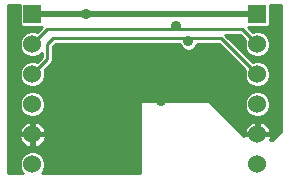
<source format=gbl>
G75*
G70*
%OFA0B0*%
%FSLAX24Y24*%
%IPPOS*%
%LPD*%
%AMOC8*
5,1,8,0,0,1.08239X$1,22.5*
%
%ADD10R,0.0600X0.0600*%
%ADD11C,0.0600*%
%ADD12C,0.0200*%
%ADD13C,0.0360*%
%ADD14C,0.0100*%
D10*
X009971Y007475D03*
X002471Y007475D03*
D11*
X002471Y006475D03*
X002471Y005475D03*
X002471Y004475D03*
X002471Y003475D03*
X002471Y002475D03*
X009971Y002475D03*
X009971Y003475D03*
X009971Y004475D03*
X009971Y005475D03*
X009971Y006475D03*
D12*
X009971Y007475D02*
X004271Y007475D01*
X002471Y007475D01*
D13*
X004271Y007475D03*
X005771Y006275D03*
X005071Y005175D03*
X003671Y004675D03*
X003571Y005975D03*
X006771Y004575D03*
X008271Y005275D03*
X008271Y006275D03*
X007671Y006575D03*
X007271Y007075D03*
D14*
X001671Y007775D02*
X001671Y002175D01*
X002163Y002175D01*
X002107Y002232D01*
X002041Y002390D01*
X002041Y002561D01*
X002107Y002719D01*
X002228Y002840D01*
X002386Y002905D01*
X002557Y002905D01*
X002715Y002840D01*
X002836Y002719D01*
X002901Y002561D01*
X002901Y002390D01*
X002836Y002232D01*
X002779Y002175D01*
X006071Y002175D01*
X006071Y004575D01*
X008371Y004575D01*
X009521Y003425D01*
X009521Y003435D01*
X009931Y003435D01*
X009931Y003275D01*
X010011Y003275D01*
X010011Y003435D01*
X010421Y003435D01*
X010421Y003386D01*
X010376Y003275D01*
X010471Y003275D01*
X010771Y003575D01*
X010771Y007775D01*
X010401Y007775D01*
X010401Y007122D01*
X010325Y007045D01*
X009656Y007045D01*
X009822Y006879D01*
X009886Y006905D01*
X010057Y006905D01*
X010215Y006840D01*
X010336Y006719D01*
X010401Y006561D01*
X010401Y006390D01*
X010336Y006232D01*
X010215Y006111D01*
X010057Y006045D01*
X009886Y006045D01*
X009728Y006111D01*
X009607Y006232D01*
X009541Y006390D01*
X009541Y006561D01*
X009568Y006625D01*
X009397Y006795D01*
X008906Y006795D01*
X009822Y005879D01*
X009886Y005905D01*
X010057Y005905D01*
X010215Y005840D01*
X010336Y005719D01*
X010401Y005561D01*
X010401Y005390D01*
X010336Y005232D01*
X010215Y005111D01*
X010057Y005045D01*
X009886Y005045D01*
X009728Y005111D01*
X009607Y005232D01*
X009541Y005390D01*
X009541Y005561D01*
X009568Y005625D01*
X008697Y006495D01*
X007974Y006495D01*
X007934Y006400D01*
X007847Y006313D01*
X007733Y006265D01*
X007610Y006265D01*
X007496Y006313D01*
X007409Y006400D01*
X007369Y006495D01*
X003246Y006495D01*
X003151Y006401D01*
X003151Y006050D01*
X003151Y005901D01*
X002875Y005625D01*
X002901Y005561D01*
X002901Y005390D01*
X002836Y005232D01*
X002715Y005111D01*
X002557Y005045D01*
X002386Y005045D01*
X002228Y005111D01*
X002107Y005232D01*
X002041Y005390D01*
X002041Y005561D01*
X002107Y005719D01*
X002228Y005840D01*
X002386Y005905D01*
X002557Y005905D01*
X002621Y005879D01*
X002791Y006050D01*
X002791Y006187D01*
X002715Y006111D01*
X002557Y006045D01*
X002386Y006045D01*
X002228Y006111D01*
X002107Y006232D01*
X002041Y006390D01*
X002041Y006561D01*
X002107Y006719D01*
X002228Y006840D01*
X002386Y006905D01*
X002557Y006905D01*
X002621Y006879D01*
X002787Y007045D01*
X002118Y007045D01*
X002041Y007122D01*
X002041Y007775D01*
X001671Y007775D01*
X001671Y007691D02*
X002041Y007691D01*
X002041Y007592D02*
X001671Y007592D01*
X001671Y007494D02*
X002041Y007494D01*
X002041Y007395D02*
X001671Y007395D01*
X001671Y007297D02*
X002041Y007297D01*
X002041Y007198D02*
X001671Y007198D01*
X001671Y007100D02*
X002063Y007100D01*
X002192Y006804D02*
X001671Y006804D01*
X001671Y006706D02*
X002101Y006706D01*
X002061Y006607D02*
X001671Y006607D01*
X001671Y006508D02*
X002041Y006508D01*
X002041Y006410D02*
X001671Y006410D01*
X001671Y006311D02*
X002074Y006311D01*
X002126Y006213D02*
X001671Y006213D01*
X001671Y006114D02*
X002225Y006114D01*
X002207Y005819D02*
X001671Y005819D01*
X001671Y005917D02*
X002659Y005917D01*
X002757Y006016D02*
X001671Y006016D01*
X001671Y005720D02*
X002108Y005720D01*
X002067Y005622D02*
X001671Y005622D01*
X001671Y005523D02*
X002041Y005523D01*
X002041Y005424D02*
X001671Y005424D01*
X001671Y005326D02*
X002068Y005326D01*
X002111Y005227D02*
X001671Y005227D01*
X001671Y005129D02*
X002210Y005129D01*
X002386Y004905D02*
X002228Y004840D01*
X002107Y004719D01*
X002041Y004561D01*
X002041Y004390D01*
X002107Y004232D01*
X002228Y004111D01*
X002386Y004045D01*
X002557Y004045D01*
X002715Y004111D01*
X002836Y004232D01*
X002901Y004390D01*
X002901Y004561D01*
X002836Y004719D01*
X002715Y004840D01*
X002557Y004905D01*
X002386Y004905D01*
X002221Y004833D02*
X001671Y004833D01*
X001671Y004735D02*
X002123Y004735D01*
X002073Y004636D02*
X001671Y004636D01*
X001671Y004538D02*
X002041Y004538D01*
X002041Y004439D02*
X001671Y004439D01*
X001671Y004340D02*
X002062Y004340D01*
X002103Y004242D02*
X001671Y004242D01*
X001671Y004143D02*
X002195Y004143D01*
X002217Y003857D02*
X002382Y003925D01*
X002431Y003925D01*
X002431Y003515D01*
X002021Y003515D01*
X002021Y003565D01*
X002090Y003730D01*
X002217Y003857D01*
X002207Y003848D02*
X001671Y003848D01*
X001671Y003946D02*
X006071Y003946D01*
X006071Y003848D02*
X002736Y003848D01*
X002726Y003857D02*
X002561Y003925D01*
X002511Y003925D01*
X002511Y003515D01*
X002921Y003515D01*
X002921Y003565D01*
X002853Y003730D01*
X002726Y003857D01*
X002834Y003749D02*
X006071Y003749D01*
X006071Y003651D02*
X002886Y003651D01*
X002921Y003552D02*
X006071Y003552D01*
X006071Y003454D02*
X001671Y003454D01*
X001671Y003552D02*
X002021Y003552D01*
X002057Y003651D02*
X001671Y003651D01*
X001671Y003749D02*
X002109Y003749D01*
X002431Y003749D02*
X002511Y003749D01*
X002511Y003651D02*
X002431Y003651D01*
X002431Y003552D02*
X002511Y003552D01*
X002511Y003435D02*
X002511Y003025D01*
X002561Y003025D01*
X002726Y003094D01*
X002853Y003221D01*
X002921Y003386D01*
X002921Y003435D01*
X002511Y003435D01*
X002431Y003435D02*
X002021Y003435D01*
X002021Y003386D01*
X002090Y003221D01*
X002217Y003094D01*
X002382Y003025D01*
X002431Y003025D01*
X002431Y003435D01*
X002431Y003355D02*
X002511Y003355D01*
X002511Y003256D02*
X002431Y003256D01*
X002431Y003158D02*
X002511Y003158D01*
X002511Y003059D02*
X002431Y003059D01*
X002300Y003059D02*
X001671Y003059D01*
X001671Y002961D02*
X006071Y002961D01*
X006071Y003059D02*
X002643Y003059D01*
X002790Y003158D02*
X006071Y003158D01*
X006071Y003256D02*
X002868Y003256D01*
X002909Y003355D02*
X006071Y003355D01*
X006071Y002862D02*
X002661Y002862D01*
X002791Y002764D02*
X006071Y002764D01*
X006071Y002665D02*
X002858Y002665D01*
X002899Y002567D02*
X006071Y002567D01*
X006071Y002468D02*
X002901Y002468D01*
X002893Y002370D02*
X006071Y002370D01*
X006071Y002271D02*
X002852Y002271D01*
X002152Y002764D02*
X001671Y002764D01*
X001671Y002862D02*
X002282Y002862D01*
X002085Y002665D02*
X001671Y002665D01*
X001671Y002567D02*
X002044Y002567D01*
X002041Y002468D02*
X001671Y002468D01*
X001671Y002370D02*
X002050Y002370D01*
X002091Y002271D02*
X001671Y002271D01*
X001671Y003158D02*
X002153Y003158D01*
X002075Y003256D02*
X001671Y003256D01*
X001671Y003355D02*
X002034Y003355D01*
X002431Y003848D02*
X002511Y003848D01*
X002748Y004143D02*
X006071Y004143D01*
X006071Y004045D02*
X001671Y004045D01*
X002722Y004833D02*
X009721Y004833D01*
X009728Y004840D02*
X009607Y004719D01*
X009541Y004561D01*
X009541Y004390D01*
X009607Y004232D01*
X009728Y004111D01*
X009886Y004045D01*
X010057Y004045D01*
X010215Y004111D01*
X010336Y004232D01*
X010401Y004390D01*
X010401Y004561D01*
X010336Y004719D01*
X010215Y004840D01*
X010057Y004905D01*
X009886Y004905D01*
X009728Y004840D01*
X009623Y004735D02*
X002820Y004735D01*
X002870Y004636D02*
X009573Y004636D01*
X009541Y004538D02*
X008409Y004538D01*
X008508Y004439D02*
X009541Y004439D01*
X009562Y004340D02*
X008606Y004340D01*
X008705Y004242D02*
X009603Y004242D01*
X009695Y004143D02*
X008804Y004143D01*
X008902Y004045D02*
X010771Y004045D01*
X010771Y004143D02*
X010248Y004143D01*
X010340Y004242D02*
X010771Y004242D01*
X010771Y004340D02*
X010381Y004340D01*
X010401Y004439D02*
X010771Y004439D01*
X010771Y004538D02*
X010401Y004538D01*
X010370Y004636D02*
X010771Y004636D01*
X010771Y004735D02*
X010320Y004735D01*
X010222Y004833D02*
X010771Y004833D01*
X010771Y004932D02*
X001671Y004932D01*
X001671Y005030D02*
X010771Y005030D01*
X010771Y005129D02*
X010233Y005129D01*
X010331Y005227D02*
X010771Y005227D01*
X010771Y005326D02*
X010375Y005326D01*
X010401Y005424D02*
X010771Y005424D01*
X010771Y005523D02*
X010401Y005523D01*
X010376Y005622D02*
X010771Y005622D01*
X010771Y005720D02*
X010335Y005720D01*
X010236Y005819D02*
X010771Y005819D01*
X010771Y005917D02*
X009784Y005917D01*
X009686Y006016D02*
X010771Y006016D01*
X010771Y006114D02*
X010218Y006114D01*
X010317Y006213D02*
X010771Y006213D01*
X010771Y006311D02*
X010369Y006311D01*
X010401Y006410D02*
X010771Y006410D01*
X010771Y006508D02*
X010401Y006508D01*
X010382Y006607D02*
X010771Y006607D01*
X010771Y006706D02*
X010342Y006706D01*
X010251Y006804D02*
X010771Y006804D01*
X010771Y006903D02*
X010064Y006903D01*
X009879Y006903D02*
X009799Y006903D01*
X009700Y007001D02*
X010771Y007001D01*
X010771Y007100D02*
X010380Y007100D01*
X010401Y007198D02*
X010771Y007198D01*
X010771Y007297D02*
X010401Y007297D01*
X010401Y007395D02*
X010771Y007395D01*
X010771Y007494D02*
X010401Y007494D01*
X010401Y007592D02*
X010771Y007592D01*
X010771Y007691D02*
X010401Y007691D01*
X009471Y006975D02*
X007271Y006975D01*
X007271Y007075D01*
X007271Y006975D02*
X002971Y006975D01*
X002471Y006475D01*
X002379Y006903D02*
X001671Y006903D01*
X001671Y007001D02*
X002743Y007001D01*
X002644Y006903D02*
X002564Y006903D01*
X002971Y006475D02*
X002971Y005975D01*
X002471Y005475D01*
X002831Y005227D02*
X009611Y005227D01*
X009568Y005326D02*
X002875Y005326D01*
X002901Y005424D02*
X009541Y005424D01*
X009541Y005523D02*
X002901Y005523D01*
X002876Y005622D02*
X009567Y005622D01*
X009472Y005720D02*
X002971Y005720D01*
X003069Y005819D02*
X009374Y005819D01*
X009275Y005917D02*
X003151Y005917D01*
X003151Y006016D02*
X009177Y006016D01*
X009078Y006114D02*
X003151Y006114D01*
X003151Y006213D02*
X008980Y006213D01*
X008881Y006311D02*
X007844Y006311D01*
X007938Y006410D02*
X008782Y006410D01*
X008771Y006675D02*
X007671Y006675D01*
X007671Y006575D01*
X007671Y006675D02*
X003171Y006675D01*
X002971Y006475D01*
X003160Y006410D02*
X007404Y006410D01*
X007499Y006311D02*
X003151Y006311D01*
X002791Y006114D02*
X002718Y006114D01*
X002733Y005129D02*
X009710Y005129D01*
X009971Y005475D02*
X008771Y006675D01*
X008996Y006706D02*
X009487Y006706D01*
X009561Y006607D02*
X009094Y006607D01*
X009193Y006508D02*
X009541Y006508D01*
X009541Y006410D02*
X009291Y006410D01*
X009390Y006311D02*
X009574Y006311D01*
X009626Y006213D02*
X009489Y006213D01*
X009587Y006114D02*
X009725Y006114D01*
X009971Y006475D02*
X009471Y006975D01*
X006071Y004538D02*
X002901Y004538D01*
X002901Y004439D02*
X006071Y004439D01*
X006071Y004340D02*
X002881Y004340D01*
X002840Y004242D02*
X006071Y004242D01*
X009001Y003946D02*
X010771Y003946D01*
X010771Y003848D02*
X010236Y003848D01*
X010226Y003857D02*
X010061Y003925D01*
X010011Y003925D01*
X010011Y003515D01*
X010421Y003515D01*
X010421Y003565D01*
X010353Y003730D01*
X010226Y003857D01*
X010334Y003749D02*
X010771Y003749D01*
X010771Y003651D02*
X010386Y003651D01*
X010421Y003552D02*
X010748Y003552D01*
X010650Y003454D02*
X009493Y003454D01*
X009521Y003515D02*
X009931Y003515D01*
X009931Y003925D01*
X009882Y003925D01*
X009717Y003857D01*
X009590Y003730D01*
X009521Y003565D01*
X009521Y003515D01*
X009521Y003552D02*
X009395Y003552D01*
X009296Y003651D02*
X009557Y003651D01*
X009609Y003749D02*
X009198Y003749D01*
X009099Y003848D02*
X009707Y003848D01*
X009931Y003848D02*
X010011Y003848D01*
X010011Y003749D02*
X009931Y003749D01*
X009931Y003651D02*
X010011Y003651D01*
X010011Y003552D02*
X009931Y003552D01*
X009931Y003355D02*
X010011Y003355D01*
X010409Y003355D02*
X010551Y003355D01*
M02*

</source>
